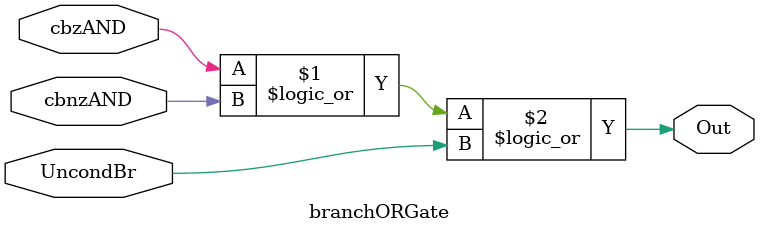
<source format=v>
/*
	Unsigned 
*/

//////////////////////////////////
//  Branch OR Gate Structure & Logic Modules
//////////////////////////////////

module branchORGate (cbzAND, cbnzAND, UncondBr, Out);
	input cbzAND;
	input cbnzAND;
	input UncondBr;
	output Out;
	
	wire Out;
	
	assign Out = cbzAND || cbnzAND || UncondBr;
	
endmodule
</source>
